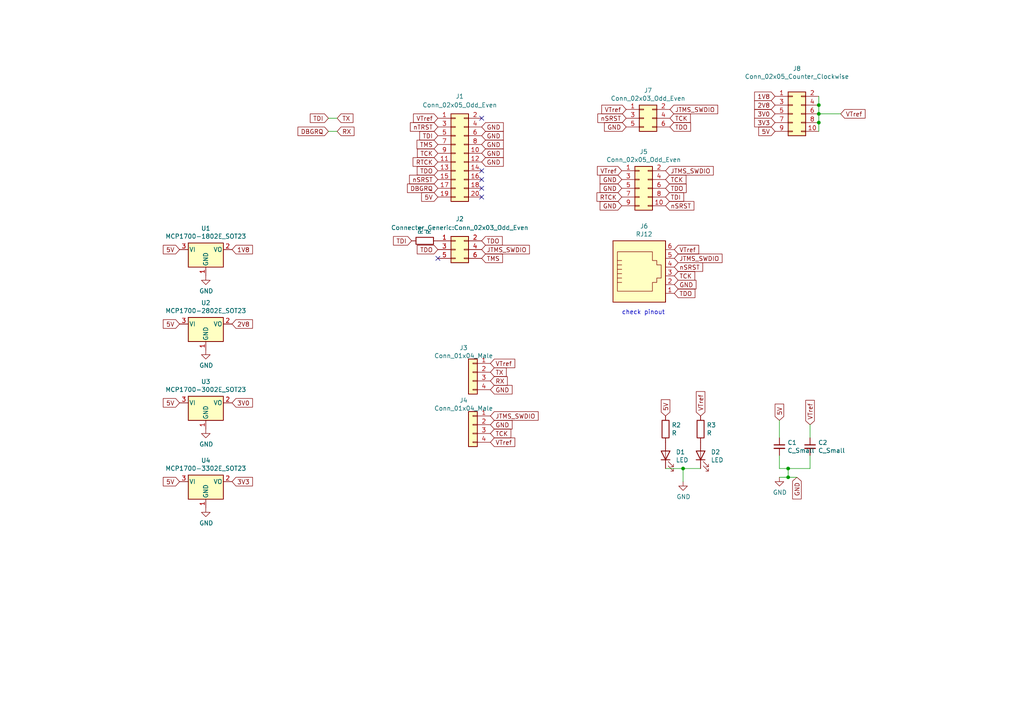
<source format=kicad_sch>
(kicad_sch (version 20211123) (generator eeschema)
  (paper "A4")
  (lib_symbols
    (symbol "Connector:RJ12" (pin_names (offset 1.016))
      (property "Reference" "J" (at -5.08 11.43 0))
      (property "Value" "RJ12" (at 2.54 11.43 0))
      (symbol "RJ12_0_1"
        (polyline (pts (xy -6.35 -1.905) (xy -5.08 -1.905) (xy -5.08 -1.905)))
        (polyline (pts (xy -6.35 -0.635) (xy -5.08 -0.635) (xy -5.08 -0.635)))
        (polyline (pts (xy -6.35 0.635) (xy -5.08 0.635) (xy -5.08 0.635)))
        (polyline (pts (xy -6.35 1.905) (xy -5.08 1.905) (xy -5.08 1.905)))
        (polyline (pts (xy -6.35 3.175) (xy -5.08 3.175) (xy -5.08 3.175)))
        (polyline (pts (xy -5.08 4.445) (xy -6.35 4.445) (xy -6.35 4.445)))
        (polyline (pts (xy -6.35 -4.445) (xy -6.35 6.985) (xy 3.81 6.985) (xy 3.81 4.445) (xy 5.08 4.445) (xy 5.08 3.175) (xy 6.35 3.175) (xy 6.35 -0.635) (xy 5.08 -0.635) (xy 5.08 -1.905) (xy 3.81 -1.905) (xy 3.81 -4.445) (xy -6.35 -4.445) (xy -6.35 -4.445)))
        (rectangle (start 7.62 10.16) (end -7.62 -7.62) (stroke (width 0.254)) (fill (type background)))
      )
      (symbol "RJ12_1_1"
        (pin passive line (at 10.16 -5.08 180) (length 2.54) (name "~") (number "1"))
        (pin passive line (at 10.16 -2.54 180) (length 2.54) (name "~") (number "2"))
        (pin passive line (at 10.16 0 180) (length 2.54) (name "~") (number "3"))
        (pin passive line (at 10.16 2.54 180) (length 2.54) (name "~") (number "4"))
        (pin passive line (at 10.16 5.08 180) (length 2.54) (name "~") (number "5"))
        (pin passive line (at 10.16 7.62 180) (length 2.54) (name "~") (number "6"))
      )
    )
    (symbol "Connector_Generic:Conn_01x04" (pin_names (offset 1.016) hide)
      (property "Reference" "J" (at 0 5.08 0))
      (property "Value" "Conn_01x04" (at 0 -7.62 0))
      (symbol "Conn_01x04_1_1"
        (rectangle (start -1.27 -4.953) (end 0 -5.207) (stroke (width 0.1524)))
        (rectangle (start -1.27 -2.413) (end 0 -2.667) (stroke (width 0.1524)))
        (rectangle (start -1.27 0.127) (end 0 -0.127) (stroke (width 0.1524)))
        (rectangle (start -1.27 2.667) (end 0 2.413) (stroke (width 0.1524)))
        (rectangle (start -1.27 3.81) (end 1.27 -6.35) (stroke (width 0.254)) (fill (type background)))
        (pin passive line (at -5.08 2.54 0) (length 3.81) (name "Pin_1") (number "1"))
        (pin passive line (at -5.08 0 0) (length 3.81) (name "Pin_2") (number "2"))
        (pin passive line (at -5.08 -2.54 0) (length 3.81) (name "Pin_3") (number "3"))
        (pin passive line (at -5.08 -5.08 0) (length 3.81) (name "Pin_4") (number "4"))
      )
    )
    (symbol "Connector_Generic:Conn_02x03_Odd_Even" (pin_names (offset 1.016) hide)
      (property "Reference" "J" (at 1.27 5.08 0))
      (property "Value" "Conn_02x03_Odd_Even" (at 1.27 -5.08 0))
      (symbol "Conn_02x03_Odd_Even_1_1"
        (rectangle (start -1.27 -2.413) (end 0 -2.667) (stroke (width 0.1524)))
        (rectangle (start -1.27 0.127) (end 0 -0.127) (stroke (width 0.1524)))
        (rectangle (start -1.27 2.667) (end 0 2.413) (stroke (width 0.1524)))
        (rectangle (start -1.27 3.81) (end 3.81 -3.81) (stroke (width 0.254)) (fill (type background)))
        (rectangle (start 3.81 -2.413) (end 2.54 -2.667) (stroke (width 0.1524)))
        (rectangle (start 3.81 0.127) (end 2.54 -0.127) (stroke (width 0.1524)))
        (rectangle (start 3.81 2.667) (end 2.54 2.413) (stroke (width 0.1524)))
        (pin passive line (at -5.08 2.54 0) (length 3.81) (name "Pin_1") (number "1"))
        (pin passive line (at 7.62 2.54 180) (length 3.81) (name "Pin_2") (number "2"))
        (pin passive line (at -5.08 0 0) (length 3.81) (name "Pin_3") (number "3"))
        (pin passive line (at 7.62 0 180) (length 3.81) (name "Pin_4") (number "4"))
        (pin passive line (at -5.08 -2.54 0) (length 3.81) (name "Pin_5") (number "5"))
        (pin passive line (at 7.62 -2.54 180) (length 3.81) (name "Pin_6") (number "6"))
      )
    )
    (symbol "Connector_Generic:Conn_02x05_Odd_Even" (pin_names (offset 1.016) hide)
      (property "Reference" "J" (at 1.27 7.62 0))
      (property "Value" "Conn_02x05_Odd_Even" (at 1.27 -7.62 0))
      (symbol "Conn_02x05_Odd_Even_1_1"
        (rectangle (start -1.27 -4.953) (end 0 -5.207) (stroke (width 0.1524)))
        (rectangle (start -1.27 -2.413) (end 0 -2.667) (stroke (width 0.1524)))
        (rectangle (start -1.27 0.127) (end 0 -0.127) (stroke (width 0.1524)))
        (rectangle (start -1.27 2.667) (end 0 2.413) (stroke (width 0.1524)))
        (rectangle (start -1.27 5.207) (end 0 4.953) (stroke (width 0.1524)))
        (rectangle (start -1.27 6.35) (end 3.81 -6.35) (stroke (width 0.254)) (fill (type background)))
        (rectangle (start 3.81 -4.953) (end 2.54 -5.207) (stroke (width 0.1524)))
        (rectangle (start 3.81 -2.413) (end 2.54 -2.667) (stroke (width 0.1524)))
        (rectangle (start 3.81 0.127) (end 2.54 -0.127) (stroke (width 0.1524)))
        (rectangle (start 3.81 2.667) (end 2.54 2.413) (stroke (width 0.1524)))
        (rectangle (start 3.81 5.207) (end 2.54 4.953) (stroke (width 0.1524)))
        (pin passive line (at -5.08 5.08 0) (length 3.81) (name "Pin_1") (number "1"))
        (pin passive line (at 7.62 -5.08 180) (length 3.81) (name "Pin_10") (number "10"))
        (pin passive line (at 7.62 5.08 180) (length 3.81) (name "Pin_2") (number "2"))
        (pin passive line (at -5.08 2.54 0) (length 3.81) (name "Pin_3") (number "3"))
        (pin passive line (at 7.62 2.54 180) (length 3.81) (name "Pin_4") (number "4"))
        (pin passive line (at -5.08 0 0) (length 3.81) (name "Pin_5") (number "5"))
        (pin passive line (at 7.62 0 180) (length 3.81) (name "Pin_6") (number "6"))
        (pin passive line (at -5.08 -2.54 0) (length 3.81) (name "Pin_7") (number "7"))
        (pin passive line (at 7.62 -2.54 180) (length 3.81) (name "Pin_8") (number "8"))
        (pin passive line (at -5.08 -5.08 0) (length 3.81) (name "Pin_9") (number "9"))
      )
    )
    (symbol "Connector_Generic:Conn_02x10_Odd_Even" (pin_names (offset 1.016) hide)
      (property "Reference" "J" (at 1.27 12.7 0))
      (property "Value" "Conn_02x10_Odd_Even" (at 1.27 -15.24 0))
      (symbol "Conn_02x10_Odd_Even_1_1"
        (rectangle (start -1.27 -12.573) (end 0 -12.827) (stroke (width 0.1524)))
        (rectangle (start -1.27 -10.033) (end 0 -10.287) (stroke (width 0.1524)))
        (rectangle (start -1.27 -7.493) (end 0 -7.747) (stroke (width 0.1524)))
        (rectangle (start -1.27 -4.953) (end 0 -5.207) (stroke (width 0.1524)))
        (rectangle (start -1.27 -2.413) (end 0 -2.667) (stroke (width 0.1524)))
        (rectangle (start -1.27 0.127) (end 0 -0.127) (stroke (width 0.1524)))
        (rectangle (start -1.27 2.667) (end 0 2.413) (stroke (width 0.1524)))
        (rectangle (start -1.27 5.207) (end 0 4.953) (stroke (width 0.1524)))
        (rectangle (start -1.27 7.747) (end 0 7.493) (stroke (width 0.1524)))
        (rectangle (start -1.27 10.287) (end 0 10.033) (stroke (width 0.1524)))
        (rectangle (start -1.27 11.43) (end 3.81 -13.97) (stroke (width 0.254)) (fill (type background)))
        (rectangle (start 3.81 -12.573) (end 2.54 -12.827) (stroke (width 0.1524)))
        (rectangle (start 3.81 -10.033) (end 2.54 -10.287) (stroke (width 0.1524)))
        (rectangle (start 3.81 -7.493) (end 2.54 -7.747) (stroke (width 0.1524)))
        (rectangle (start 3.81 -4.953) (end 2.54 -5.207) (stroke (width 0.1524)))
        (rectangle (start 3.81 -2.413) (end 2.54 -2.667) (stroke (width 0.1524)))
        (rectangle (start 3.81 0.127) (end 2.54 -0.127) (stroke (width 0.1524)))
        (rectangle (start 3.81 2.667) (end 2.54 2.413) (stroke (width 0.1524)))
        (rectangle (start 3.81 5.207) (end 2.54 4.953) (stroke (width 0.1524)))
        (rectangle (start 3.81 7.747) (end 2.54 7.493) (stroke (width 0.1524)))
        (rectangle (start 3.81 10.287) (end 2.54 10.033) (stroke (width 0.1524)))
        (pin passive line (at -5.08 10.16 0) (length 3.81) (name "Pin_1") (number "1"))
        (pin passive line (at 7.62 0 180) (length 3.81) (name "Pin_10") (number "10"))
        (pin passive line (at -5.08 -2.54 0) (length 3.81) (name "Pin_11") (number "11"))
        (pin passive line (at 7.62 -2.54 180) (length 3.81) (name "Pin_12") (number "12"))
        (pin passive line (at -5.08 -5.08 0) (length 3.81) (name "Pin_13") (number "13"))
        (pin passive line (at 7.62 -5.08 180) (length 3.81) (name "Pin_14") (number "14"))
        (pin passive line (at -5.08 -7.62 0) (length 3.81) (name "Pin_15") (number "15"))
        (pin passive line (at 7.62 -7.62 180) (length 3.81) (name "Pin_16") (number "16"))
        (pin passive line (at -5.08 -10.16 0) (length 3.81) (name "Pin_17") (number "17"))
        (pin passive line (at 7.62 -10.16 180) (length 3.81) (name "Pin_18") (number "18"))
        (pin passive line (at -5.08 -12.7 0) (length 3.81) (name "Pin_19") (number "19"))
        (pin passive line (at 7.62 10.16 180) (length 3.81) (name "Pin_2") (number "2"))
        (pin passive line (at 7.62 -12.7 180) (length 3.81) (name "Pin_20") (number "20"))
        (pin passive line (at -5.08 7.62 0) (length 3.81) (name "Pin_3") (number "3"))
        (pin passive line (at 7.62 7.62 180) (length 3.81) (name "Pin_4") (number "4"))
        (pin passive line (at -5.08 5.08 0) (length 3.81) (name "Pin_5") (number "5"))
        (pin passive line (at 7.62 5.08 180) (length 3.81) (name "Pin_6") (number "6"))
        (pin passive line (at -5.08 2.54 0) (length 3.81) (name "Pin_7") (number "7"))
        (pin passive line (at 7.62 2.54 180) (length 3.81) (name "Pin_8") (number "8"))
        (pin passive line (at -5.08 0 0) (length 3.81) (name "Pin_9") (number "9"))
      )
    )
    (symbol "Device:C_Small" (pin_numbers hide) (pin_names (offset 0.254) hide)
      (property "Reference" "C" (at 0.254 1.778 0))
      (property "Value" "C_Small" (at 0.254 -2.032 0))
      (symbol "C_Small_0_1"
        (polyline (pts (xy -1.524 -0.508) (xy 1.524 -0.508)) (stroke (width 0.3302)))
        (polyline (pts (xy -1.524 0.508) (xy 1.524 0.508)) (stroke (width 0.3048)))
      )
      (symbol "C_Small_1_1"
        (pin passive line (at 0 2.54 270) (length 2.032) (name "~") (number "1"))
        (pin passive line (at 0 -2.54 90) (length 2.032) (name "~") (number "2"))
      )
    )
    (symbol "Device:LED" (pin_numbers hide) (pin_names (offset 1.016) hide)
      (property "Reference" "D" (at 0 2.54 0))
      (property "Value" "LED" (at 0 -2.54 0))
      (symbol "LED_0_1"
        (polyline (pts (xy -1.27 -1.27) (xy -1.27 1.27)) (stroke (width 0.254)))
        (polyline (pts (xy -1.27 0) (xy 1.27 0)))
        (polyline (pts (xy 1.27 -1.27) (xy 1.27 1.27) (xy -1.27 0) (xy 1.27 -1.27)) (stroke (width 0.254)))
        (polyline (pts (xy -3.048 -0.762) (xy -4.572 -2.286) (xy -3.81 -2.286) (xy -4.572 -2.286) (xy -4.572 -1.524)))
        (polyline (pts (xy -1.778 -0.762) (xy -3.302 -2.286) (xy -2.54 -2.286) (xy -3.302 -2.286) (xy -3.302 -1.524)))
      )
      (symbol "LED_1_1"
        (pin passive line (at -3.81 0 0) (length 2.54) (name "K") (number "1"))
        (pin passive line (at 3.81 0 180) (length 2.54) (name "A") (number "2"))
      )
    )
    (symbol "Device:R" (pin_numbers hide) (pin_names (offset 0))
      (property "Reference" "R" (at 2.032 0 90))
      (property "Value" "R" (at 0 0 90))
      (symbol "R_0_1"
        (rectangle (start -1.016 -2.54) (end 1.016 2.54) (stroke (width 0.254)))
      )
      (symbol "R_1_1"
        (pin passive line (at 0 3.81 270) (length 1.27) (name "~") (number "1"))
        (pin passive line (at 0 -3.81 90) (length 1.27) (name "~") (number "2"))
      )
    )
    (symbol "Regulator_Linear:MCP1700-1802E_SOT23" (pin_names (offset 0.254))
      (property "Reference" "U" (at -3.81 3.175 0))
      (property "Value" "MCP1700-1802E_SOT23" (at 0 3.175 0))
      (symbol "MCP1700-1802E_SOT23_0_1"
        (rectangle (start -5.08 1.905) (end 5.08 -5.08) (stroke (width 0.254)) (fill (type background)))
      )
      (symbol "MCP1700-1802E_SOT23_1_1"
        (pin power_in line (at 0 -7.62 90) (length 2.54) (name "GND") (number "1"))
        (pin power_out line (at 7.62 0 180) (length 2.54) (name "VO") (number "2"))
        (pin power_in line (at -7.62 0 0) (length 2.54) (name "VI") (number "3"))
      )
    )
    (symbol "Regulator_Linear:MCP1700-2802E_SOT23" (pin_names (offset 0.254))
      (property "Reference" "U" (at -3.81 3.175 0))
      (property "Value" "MCP1700-2802E_SOT23" (at 0 3.175 0))
      (symbol "MCP1700-2802E_SOT23_0_1"
        (rectangle (start -5.08 1.905) (end 5.08 -5.08) (stroke (width 0.254)) (fill (type background)))
      )
      (symbol "MCP1700-2802E_SOT23_1_1"
        (pin power_in line (at 0 -7.62 90) (length 2.54) (name "GND") (number "1"))
        (pin power_out line (at 7.62 0 180) (length 2.54) (name "VO") (number "2"))
        (pin power_in line (at -7.62 0 0) (length 2.54) (name "VI") (number "3"))
      )
    )
    (symbol "Regulator_Linear:MCP1700-3002E_SOT23" (pin_names (offset 0.254))
      (property "Reference" "U" (at -3.81 3.175 0))
      (property "Value" "MCP1700-3002E_SOT23" (at 0 3.175 0))
      (symbol "MCP1700-3002E_SOT23_0_1"
        (rectangle (start -5.08 1.905) (end 5.08 -5.08) (stroke (width 0.254)) (fill (type background)))
      )
      (symbol "MCP1700-3002E_SOT23_1_1"
        (pin power_in line (at 0 -7.62 90) (length 2.54) (name "GND") (number "1"))
        (pin power_out line (at 7.62 0 180) (length 2.54) (name "VO") (number "2"))
        (pin power_in line (at -7.62 0 0) (length 2.54) (name "VI") (number "3"))
      )
    )
    (symbol "Regulator_Linear:MCP1700-3302E_SOT23" (pin_names (offset 0.254))
      (property "Reference" "U" (at -3.81 3.175 0))
      (property "Value" "MCP1700-3302E_SOT23" (at 0 3.175 0))
      (symbol "MCP1700-3302E_SOT23_0_1"
        (rectangle (start -5.08 1.905) (end 5.08 -5.08) (stroke (width 0.254)) (fill (type background)))
      )
      (symbol "MCP1700-3302E_SOT23_1_1"
        (pin power_in line (at 0 -7.62 90) (length 2.54) (name "GND") (number "1"))
        (pin power_out line (at 7.62 0 180) (length 2.54) (name "VO") (number "2"))
        (pin power_in line (at -7.62 0 0) (length 2.54) (name "VI") (number "3"))
      )
    )
    (symbol "power:GND" (power) (pin_names (offset 0))
      (property "Value" "GND" (at 0 -3.81 0))
      (symbol "GND_0_1"
        (polyline (pts (xy 0 0) (xy 0 -1.27) (xy 1.27 -1.27) (xy 0 -2.54) (xy -1.27 -1.27) (xy 0 -1.27)))
      )
      (symbol "GND_1_1"
        (pin power_in line (at 0 0 270) (length 0) hide (name "GND") (number "1"))
      )
    )
  )
  (junction (at 237.49 30.48))
  (junction (at 228.6 135.89))
  (junction (at 237.49 35.56))
  (junction (at 237.49 33.02))
  (junction (at 228.6 138.43))
  (junction (at 198.12 135.89))
  (no_connect (at 139.7 34.29))
  (no_connect (at 139.7 54.61))
  (no_connect (at 127 74.93))
  (no_connect (at 139.7 49.53))
  (no_connect (at 139.7 57.15))
  (no_connect (at 139.7 52.07))
  (wire (pts (xy 234.95 123.19) (xy 234.95 127)))
  (wire (pts (xy 237.49 33.02) (xy 237.49 30.48)))
  (wire (pts (xy 237.49 35.56) (xy 237.49 33.02)))
  (wire (pts (xy 97.79 38.1) (xy 95.25 38.1)))
  (wire (pts (xy 228.6 138.43) (xy 228.6 135.89)))
  (wire (pts (xy 97.79 34.29) (xy 95.25 34.29)))
  (wire (pts (xy 226.06 135.89) (xy 228.6 135.89)))
  (wire (pts (xy 234.95 135.89) (xy 228.6 135.89)))
  (wire (pts (xy 226.06 127) (xy 226.06 121.92)))
  (wire (pts (xy 237.49 35.56) (xy 237.49 38.1)))
  (wire (pts (xy 231.14 138.43) (xy 228.6 138.43)))
  (wire (pts (xy 243.84 33.02) (xy 237.49 33.02)))
  (wire (pts (xy 226.06 132.08) (xy 226.06 135.89)))
  (wire (pts (xy 234.95 132.08) (xy 234.95 135.89)))
  (wire (pts (xy 198.12 135.89) (xy 203.2 135.89)))
  (wire (pts (xy 198.12 139.7) (xy 198.12 135.89)))
  (wire (pts (xy 193.04 135.89) (xy 198.12 135.89)))
  (wire (pts (xy 237.49 30.48) (xy 237.49 27.94)))
  (wire (pts (xy 228.6 138.43) (xy 226.06 138.43)))
  (text "check pinout" (at 180.34 91.44 0) (effects (font (size 1.27 1.27)) (justify left bottom)))
  (global_label "GND" (shape input) (at 139.7 39.37 0) (property "Intersheet-verwijzingen" "${INTERSHEET_REFS}" (effects hide)))
  (global_label "GND" (shape input) (at 180.34 59.69 180) (property "Intersheet-verwijzingen" "${INTERSHEET_REFS}" (effects hide)))
  (global_label "nSRST" (shape input) (at 195.58 77.47 0) (property "Intersheet-verwijzingen" "${INTERSHEET_REFS}" (effects hide)))
  (global_label "nSRST" (shape input) (at 127 52.07 180) (property "Intersheet-verwijzingen" "${INTERSHEET_REFS}" (effects hide)))
  (global_label "GND" (shape input) (at 139.7 44.45 0) (property "Intersheet-verwijzingen" "${INTERSHEET_REFS}" (effects hide)))
  (global_label "3V3" (shape input) (at 67.31 139.7 0) (property "Intersheet-verwijzingen" "${INTERSHEET_REFS}" (effects hide)))
  (global_label "5V" (shape input) (at 226.06 121.92 90) (property "Intersheet-verwijzingen" "${INTERSHEET_REFS}" (effects hide)))
  (global_label "VTref" (shape input) (at 195.58 72.39 0) (property "Intersheet-verwijzingen" "${INTERSHEET_REFS}" (effects hide)))
  (global_label "TCK" (shape input) (at 142.24 125.73 0) (property "Intersheet-verwijzingen" "${INTERSHEET_REFS}" (effects hide)))
  (global_label "5V" (shape input) (at 224.79 38.1 180) (property "Intersheet-verwijzingen" "${INTERSHEET_REFS}" (effects hide)))
  (global_label "TDO" (shape input) (at 127 72.39 180) (property "Intersheet-verwijzingen" "${INTERSHEET_REFS}" (effects hide)))
  (global_label "JTMS_SWDIO" (shape input) (at 193.04 49.53 0) (property "Intersheet-verwijzingen" "${INTERSHEET_REFS}" (effects hide)))
  (global_label "TCK" (shape input) (at 195.58 80.01 0) (property "Intersheet-verwijzingen" "${INTERSHEET_REFS}" (effects hide)))
  (global_label "GND" (shape input) (at 195.58 82.55 0) (property "Intersheet-verwijzingen" "${INTERSHEET_REFS}" (effects hide)))
  (global_label "1V8" (shape input) (at 224.79 27.94 180) (property "Intersheet-verwijzingen" "${INTERSHEET_REFS}" (effects hide)))
  (global_label "JTMS_SWDIO" (shape input) (at 139.7 72.39 0) (property "Intersheet-verwijzingen" "${INTERSHEET_REFS}" (effects hide)))
  (global_label "GND" (shape input) (at 180.34 52.07 180) (property "Intersheet-verwijzingen" "${INTERSHEET_REFS}" (effects hide)))
  (global_label "VTref" (shape input) (at 142.24 128.27 0) (property "Intersheet-verwijzingen" "${INTERSHEET_REFS}" (effects hide)))
  (global_label "3V0" (shape input) (at 224.79 33.02 180) (property "Intersheet-verwijzingen" "${INTERSHEET_REFS}" (effects hide)))
  (global_label "nSRST" (shape input) (at 193.04 59.69 0) (property "Intersheet-verwijzingen" "${INTERSHEET_REFS}" (effects hide)))
  (global_label "TDO" (shape input) (at 195.58 85.09 0) (property "Intersheet-verwijzingen" "${INTERSHEET_REFS}" (effects hide)))
  (global_label "5V" (shape input) (at 52.07 116.84 180) (property "Intersheet-verwijzingen" "${INTERSHEET_REFS}" (effects hide)))
  (global_label "2V8" (shape input) (at 224.79 30.48 180) (property "Intersheet-verwijzingen" "${INTERSHEET_REFS}" (effects hide)))
  (global_label "TDI" (shape input) (at 127 39.37 180) (property "Intersheet-verwijzingen" "${INTERSHEET_REFS}" (effects hide)))
  (global_label "5V" (shape input) (at 52.07 93.98 180) (property "Intersheet-verwijzingen" "${INTERSHEET_REFS}" (effects hide)))
  (global_label "JTMS_SWDIO" (shape input) (at 142.24 120.65 0) (property "Intersheet-verwijzingen" "${INTERSHEET_REFS}" (effects hide)))
  (global_label "nTRST" (shape input) (at 127 36.83 180) (property "Intersheet-verwijzingen" "${INTERSHEET_REFS}" (effects hide)))
  (global_label "GND" (shape input) (at 139.7 46.99 0) (property "Intersheet-verwijzingen" "${INTERSHEET_REFS}" (effects hide)))
  (global_label "TMS" (shape input) (at 139.7 74.93 0) (property "Intersheet-verwijzingen" "${INTERSHEET_REFS}" (effects hide)))
  (global_label "RTCK" (shape input) (at 127 46.99 180) (property "Intersheet-verwijzingen" "${INTERSHEET_REFS}" (effects hide)))
  (global_label "RTCK" (shape input) (at 180.34 57.15 180) (property "Intersheet-verwijzingen" "${INTERSHEET_REFS}" (effects hide)))
  (global_label "TX" (shape input) (at 97.79 34.29 0) (property "Intersheet-verwijzingen" "${INTERSHEET_REFS}" (effects hide)))
  (global_label "1V8" (shape input) (at 67.31 72.39 0) (property "Intersheet-verwijzingen" "${INTERSHEET_REFS}" (effects hide)))
  (global_label "GND" (shape input) (at 142.24 113.03 0) (property "Intersheet-verwijzingen" "${INTERSHEET_REFS}" (effects hide)))
  (global_label "TDO" (shape input) (at 194.31 36.83 0) (property "Intersheet-verwijzingen" "${INTERSHEET_REFS}" (effects hide)))
  (global_label "5V" (shape input) (at 193.04 120.65 90) (property "Intersheet-verwijzingen" "${INTERSHEET_REFS}" (effects hide)))
  (global_label "GND" (shape input) (at 139.7 41.91 0) (property "Intersheet-verwijzingen" "${INTERSHEET_REFS}" (effects hide)))
  (global_label "GND" (shape input) (at 142.24 123.19 0) (property "Intersheet-verwijzingen" "${INTERSHEET_REFS}" (effects hide)))
  (global_label "VTref" (shape input) (at 234.95 123.19 90) (property "Intersheet-verwijzingen" "${INTERSHEET_REFS}" (effects hide)))
  (global_label "nSRST" (shape input) (at 181.61 34.29 180) (property "Intersheet-verwijzingen" "${INTERSHEET_REFS}" (effects hide)))
  (global_label "5V" (shape input) (at 52.07 72.39 180) (property "Intersheet-verwijzingen" "${INTERSHEET_REFS}" (effects hide)))
  (global_label "GND" (shape input) (at 181.61 36.83 180) (property "Intersheet-verwijzingen" "${INTERSHEET_REFS}" (effects hide)))
  (global_label "VTref" (shape input) (at 203.2 120.65 90) (property "Intersheet-verwijzingen" "${INTERSHEET_REFS}" (effects hide)))
  (global_label "TDO" (shape input) (at 127 49.53 180) (property "Intersheet-verwijzingen" "${INTERSHEET_REFS}" (effects hide)))
  (global_label "GND" (shape input) (at 231.14 138.43 270) (property "Intersheet-verwijzingen" "${INTERSHEET_REFS}" (effects hide)))
  (global_label "GND" (shape input) (at 180.34 54.61 180) (property "Intersheet-verwijzingen" "${INTERSHEET_REFS}" (effects hide)))
  (global_label "TCK" (shape input) (at 193.04 52.07 0) (property "Intersheet-verwijzingen" "${INTERSHEET_REFS}" (effects hide)))
  (global_label "GND" (shape input) (at 139.7 36.83 0) (property "Intersheet-verwijzingen" "${INTERSHEET_REFS}" (effects hide)))
  (global_label "RX" (shape input) (at 142.24 110.49 0) (property "Intersheet-verwijzingen" "${INTERSHEET_REFS}" (effects hide)))
  (global_label "TMS" (shape input) (at 127 41.91 180) (property "Intersheet-verwijzingen" "${INTERSHEET_REFS}" (effects hide)))
  (global_label "TDI" (shape input) (at 119.38 69.85 180) (property "Intersheet-verwijzingen" "${INTERSHEET_REFS}" (effects hide)))
  (global_label "2V8" (shape input) (at 67.31 93.98 0) (property "Intersheet-verwijzingen" "${INTERSHEET_REFS}" (effects hide)))
  (global_label "TDO" (shape input) (at 139.7 69.85 0) (property "Intersheet-verwijzingen" "${INTERSHEET_REFS}" (effects hide)))
  (global_label "VTref" (shape input) (at 181.61 31.75 180) (property "Intersheet-verwijzingen" "${INTERSHEET_REFS}" (effects hide)))
  (global_label "5V" (shape input) (at 127 57.15 180) (property "Intersheet-verwijzingen" "${INTERSHEET_REFS}" (effects hide)))
  (global_label "VTref" (shape input) (at 127 34.29 180) (property "Intersheet-verwijzingen" "${INTERSHEET_REFS}" (effects hide)))
  (global_label "RX" (shape input) (at 97.79 38.1 0) (property "Intersheet-verwijzingen" "${INTERSHEET_REFS}" (effects hide)))
  (global_label "TDI" (shape input) (at 95.25 34.29 180) (property "Intersheet-verwijzingen" "${INTERSHEET_REFS}" (effects hide)))
  (global_label "TDI" (shape input) (at 193.04 57.15 0) (property "Intersheet-verwijzingen" "${INTERSHEET_REFS}" (effects hide)))
  (global_label "TX" (shape input) (at 142.24 107.95 0) (property "Intersheet-verwijzingen" "${INTERSHEET_REFS}" (effects hide)))
  (global_label "VTref" (shape input) (at 180.34 49.53 180) (property "Intersheet-verwijzingen" "${INTERSHEET_REFS}" (effects hide)))
  (global_label "3V3" (shape input) (at 224.79 35.56 180) (property "Intersheet-verwijzingen" "${INTERSHEET_REFS}" (effects hide)))
  (global_label "5V" (shape input) (at 52.07 139.7 180) (property "Intersheet-verwijzingen" "${INTERSHEET_REFS}" (effects hide)))
  (global_label "VTref" (shape input) (at 142.24 105.41 0) (property "Intersheet-verwijzingen" "${INTERSHEET_REFS}" (effects hide)))
  (global_label "TCK" (shape input) (at 127 44.45 180) (property "Intersheet-verwijzingen" "${INTERSHEET_REFS}" (effects hide)))
  (global_label "JTMS_SWDIO" (shape input) (at 195.58 74.93 0) (property "Intersheet-verwijzingen" "${INTERSHEET_REFS}" (effects hide)))
  (global_label "TCK" (shape input) (at 194.31 34.29 0) (property "Intersheet-verwijzingen" "${INTERSHEET_REFS}" (effects hide)))
  (global_label "DBGRQ" (shape input) (at 127 54.61 180) (property "Intersheet-verwijzingen" "${INTERSHEET_REFS}" (effects hide)))
  (global_label "JTMS_SWDIO" (shape input) (at 194.31 31.75 0) (property "Intersheet-verwijzingen" "${INTERSHEET_REFS}" (effects hide)))
  (global_label "DBGRQ" (shape input) (at 95.25 38.1 180) (property "Intersheet-verwijzingen" "${INTERSHEET_REFS}" (effects hide)))
  (global_label "VTref" (shape input) (at 243.84 33.02 0) (property "Intersheet-verwijzingen" "${INTERSHEET_REFS}" (effects hide)))
  (global_label "3V0" (shape input) (at 67.31 116.84 0) (property "Intersheet-verwijzingen" "${INTERSHEET_REFS}" (effects hide)))
  (global_label "TDO" (shape input) (at 193.04 54.61 0) (property "Intersheet-verwijzingen" "${INTERSHEET_REFS}" (effects hide)))
  (symbol (lib_id "Connector_Generic:Conn_02x05_Odd_Even") (at 229.87 33.02 0) (unit 1)
    (property "Reference" "J8" (at 231.14 19.8882 0))
    (property "Value" "Conn_02x05_Counter_Clockwise" (at 231.14 22.1996 0))
    (property "Footprint" "Connector_PinHeader_2.54mm:PinHeader_2x05_P2.54mm_Vertical" (effects hide))
  )
  (symbol (lib_id "power:GND") (at 226.06 138.43 0) (unit 1)
    (property "Reference" "#PWR06" (effects hide))
    (property "Value" "GND" (at 226.187 142.8242 0))
  )
  (symbol (lib_id "Connector:RJ12") (at 185.42 80.01 0) (unit 1)
    (property "Reference" "J6" (at 186.817 65.6082 0))
    (property "Value" "RJ12" (at 186.817 67.9196 0))
    (property "Footprint" "AvS_Connector:RJ12" (effects hide))
  )
  (symbol (lib_id "Device:C_Small") (at 234.95 129.54 0) (unit 1)
    (property "Reference" "C2" (at 237.2868 128.3716 0) (effects (justify left)))
    (property "Value" "C_Small" (at 237.2868 130.683 0) (effects (justify left)))
    (property "Footprint" "Capacitor_SMD:C_0805_2012Metric_Pad1.18x1.45mm_HandSolder" (effects hide))
  )
  (symbol (lib_id "Device:C_Small") (at 226.06 129.54 0) (unit 1)
    (property "Reference" "C1" (at 228.3968 128.3716 0) (effects (justify left)))
    (property "Value" "C_Small" (at 228.3968 130.683 0) (effects (justify left)))
    (property "Footprint" "Capacitor_SMD:C_0805_2012Metric_Pad1.18x1.45mm_HandSolder" (effects hide))
  )
  (symbol (lib_id "Connector_Generic:Conn_01x04") (at 137.16 107.95 0) (mirror y) (unit 1)
    (property "Reference" "J3" (at 134.4676 100.8888 0))
    (property "Value" "Conn_01x04_Male" (at 134.4676 103.2002 0))
    (property "Footprint" "Connector_PinHeader_2.54mm:PinHeader_1x04_P2.54mm_Vertical" (effects hide))
  )
  (symbol (lib_id "Device:LED") (at 193.04 132.08 90) (unit 1)
    (property "Reference" "D1" (at 196.0118 131.1148 90) (effects (justify right)))
    (property "Value" "LED" (at 196.0118 133.4262 90) (effects (justify right)))
    (property "Footprint" "LED_SMD:LED_0805_2012Metric_Pad1.15x1.40mm_HandSolder" (effects hide))
  )
  (symbol (lib_id "Device:LED") (at 203.2 132.08 90) (unit 1)
    (property "Reference" "D2" (at 206.1718 131.1148 90) (effects (justify right)))
    (property "Value" "LED" (at 206.1718 133.4262 90) (effects (justify right)))
    (property "Footprint" "LED_SMD:LED_0805_2012Metric_Pad1.15x1.40mm_HandSolder" (effects hide))
  )
  (symbol (lib_id "power:GND") (at 198.12 139.7 0) (unit 1)
    (property "Reference" "#PWR05" (effects hide))
    (property "Value" "GND" (at 198.247 144.0942 0))
  )
  (symbol (lib_id "Device:R") (at 193.04 124.46 0) (unit 1)
    (property "Reference" "R2" (at 194.818 123.2916 0) (effects (justify left)))
    (property "Value" "R" (at 194.818 125.603 0) (effects (justify left)))
    (property "Footprint" "Resistor_SMD:R_0805_2012Metric_Pad1.20x1.40mm_HandSolder" (effects hide))
  )
  (symbol (lib_id "Device:R") (at 203.2 124.46 0) (unit 1)
    (property "Reference" "R3" (at 204.978 123.2916 0) (effects (justify left)))
    (property "Value" "R" (at 204.978 125.603 0) (effects (justify left)))
    (property "Footprint" "Resistor_SMD:R_0805_2012Metric_Pad1.20x1.40mm_HandSolder" (effects hide))
  )
  (symbol (lib_id "Connector_Generic:Conn_01x04") (at 137.16 123.19 0) (mirror y) (unit 1)
    (property "Reference" "J4" (at 134.4676 116.1288 0))
    (property "Value" "Conn_01x04_Male" (at 134.4676 118.4402 0))
    (property "Footprint" "Connector_PinHeader_2.54mm:PinHeader_1x04_P2.54mm_Vertical" (effects hide))
  )
  (symbol (lib_id "Connector_Generic:Conn_02x03_Odd_Even") (at 186.69 34.29 0) (unit 1)
    (property "Reference" "J7" (at 187.96 26.2382 0))
    (property "Value" "Conn_02x03_Odd_Even" (at 187.96 28.5496 0))
    (property "Footprint" "Connector_PinHeader_2.54mm:PinHeader_2x03_P2.54mm_Vertical" (effects hide))
  )
  (symbol (lib_id "Connector_Generic:Conn_02x10_Odd_Even") (at 132.08 44.45 0) (unit 1)
    (property "Reference" "J1" (at 133.35 27.94 0))
    (property "Value" "Conn_02x05_Odd_Even" (at 133.35 30.48 0))
    (property "Footprint" "Connector_PinSocket_2.54mm:PinSocket_2x10_P2.54mm_Horizontal" (effects hide))
  )
  (symbol (lib_id "Connector_Generic:Conn_02x05_Odd_Even") (at 185.42 54.61 0) (unit 1)
    (property "Reference" "J5" (at 186.69 44.0182 0))
    (property "Value" "Conn_02x05_Odd_Even" (at 186.69 46.3296 0))
    (property "Footprint" "Connector_PinHeader_1.27mm:PinHeader_2x05_P1.27mm_Vertical" (effects hide))
  )
  (symbol (lib_id "Regulator_Linear:MCP1700-1802E_SOT23") (at 59.69 72.39 0) (unit 1)
    (property "Reference" "U1" (at 59.69 66.2432 0))
    (property "Value" "MCP1700-1802E_SOT23" (at 59.69 68.5546 0))
    (property "Footprint" "Package_TO_SOT_SMD:SOT-23" (effects hide))
    (property "Datasheet" "http://ww1.microchip.com/downloads/en/DeviceDoc/20001826C.pdf" (effects hide))
  )
  (symbol (lib_id "Regulator_Linear:MCP1700-2802E_SOT23") (at 59.69 93.98 0) (unit 1)
    (property "Reference" "U2" (at 59.69 87.8332 0))
    (property "Value" "MCP1700-2802E_SOT23" (at 59.69 90.1446 0))
    (property "Footprint" "Package_TO_SOT_SMD:SOT-23" (effects hide))
    (property "Datasheet" "http://ww1.microchip.com/downloads/en/DeviceDoc/20001826C.pdf" (effects hide))
  )
  (symbol (lib_id "Regulator_Linear:MCP1700-3002E_SOT23") (at 59.69 116.84 0) (unit 1)
    (property "Reference" "U3" (at 59.69 110.6932 0))
    (property "Value" "MCP1700-3002E_SOT23" (at 59.69 113.0046 0))
    (property "Footprint" "Package_TO_SOT_SMD:SOT-23" (effects hide))
    (property "Datasheet" "http://ww1.microchip.com/downloads/en/DeviceDoc/20001826C.pdf" (effects hide))
  )
  (symbol (lib_id "Regulator_Linear:MCP1700-3302E_SOT23") (at 59.69 139.7 0) (unit 1)
    (property "Reference" "U4" (at 59.69 133.5532 0))
    (property "Value" "MCP1700-3302E_SOT23" (at 59.69 135.8646 0))
    (property "Footprint" "Package_TO_SOT_SMD:SOT-23" (effects hide))
    (property "Datasheet" "http://ww1.microchip.com/downloads/en/DeviceDoc/20001826C.pdf" (effects hide))
  )
  (symbol (lib_id "power:GND") (at 59.69 101.6 0) (unit 1)
    (property "Reference" "#PWR02" (effects hide))
    (property "Value" "GND" (at 59.817 105.9942 0))
  )
  (symbol (lib_id "power:GND") (at 59.69 147.32 0) (unit 1)
    (property "Reference" "#PWR04" (effects hide))
    (property "Value" "GND" (at 59.817 151.7142 0))
  )
  (symbol (lib_id "power:GND") (at 59.69 80.01 0) (unit 1)
    (property "Reference" "#PWR01" (effects hide))
    (property "Value" "GND" (at 59.817 84.4042 0))
  )
  (symbol (lib_id "power:GND") (at 59.69 124.46 0) (unit 1)
    (property "Reference" "#PWR03" (effects hide))
    (property "Value" "GND" (at 59.817 128.8542 0))
  )
  (symbol (lib_id "Connector_Generic:Conn_02x03_Odd_Even") (at 132.08 72.39 0) (unit 1)
    (property "Reference" "J2" (at 133.35 63.5 0))
    (property "Value" "Connector_Generic:Conn_02x03_Odd_Even" (at 133.35 66.04 0))
    (property "Footprint" "Connector_PinHeader_2.54mm:PinHeader_2x03_P2.54mm_Vertical" (effects hide))
  )
  (symbol (lib_id "Device:R") (at 123.19 69.85 90) (unit 1)
    (property "Reference" "R1" (at 122.0216 68.072 0) (effects (justify left)))
    (property "Value" "R" (at 124.333 68.072 0) (effects (justify left)))
    (property "Footprint" "Resistor_SMD:R_0805_2012Metric_Pad1.20x1.40mm_HandSolder" (effects hide))
  )
)
</source>
